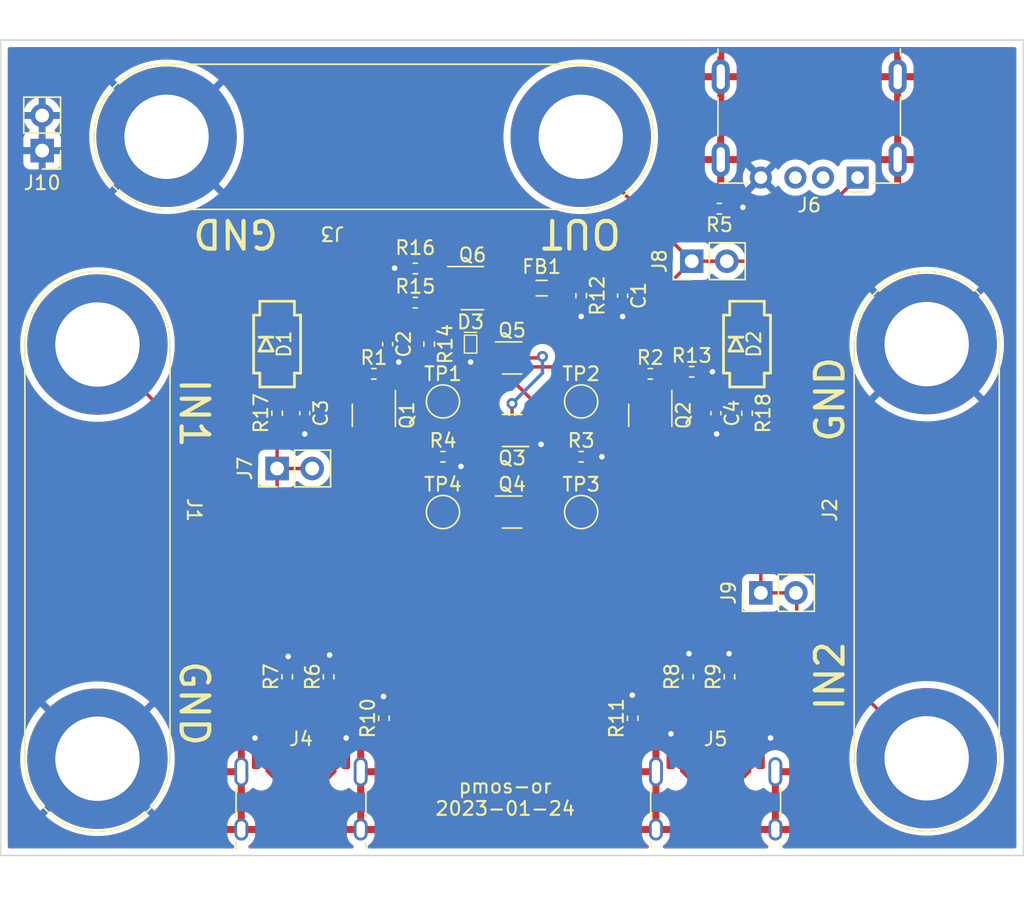
<source format=kicad_pcb>
(kicad_pcb (version 20221018) (generator pcbnew)
  (layers (0 "F.Cu" signal) (31 "B.Cu" signal) (34 "B.Paste" user) (35 "F.Paste" user) (36 "B.SilkS" user "B.Silkscreen") (37 "F.SilkS" user "F.Silkscreen") (38 "B.Mask" user) (39 "F.Mask" user) (44 "Edge.Cuts" user))
  (net 0 "")
  (net 1 "/OUT")
  (net 2 "/IN1")
  (net 3 "/IN2")
  (net 4 "GND")
  (net 6 "Net-(J4-PadA5)")
  (net 11 "Net-(J4-PadB5)")
  (net 13 "Net-(J4-PadS1)")
  (net 15 "Net-(J5-PadA5)")
  (net 20 "Net-(J5-PadB5)")
  (net 22 "Net-(J5-PadS1)")
  (net 23 "Net-(J6-Pad5)")
  (net 26 "/G1")
  (net 27 "/G2")
  (net 28 "/CTRL")
  (net 29 "/BASE")
  (net 30 "/VBUS")
  (net 31 "Net-(D3-Pad1)")
  (net 35 "Net-(FB1-Pad1)")
  (net 36 "Net-(C3-Pad1)")
  (net 37 "Net-(C4-Pad1)")
  (net 38 "Net-(Q5-Pad6)")
  (footprint "Resistor_SMD:R_0402_1005Metric" (layer "F.Cu") (at 136.73 109.07 90)
    (fp_text reference "R6" (at 0 -1.17 90) (layer "F.SilkS"))
    (fp_text value "5.1k")
    (pad "1" smd roundrect (at -0.51 0 90) (size 0.54 0.64) (layers "F.Cu" "F.Paste" "F.Mask") (net 11 "Net-(J4-PadB5)"))
    (pad "2" smd roundrect (at 0.51 0 90) (size 0.54 0.64) (layers "F.Cu" "F.Paste" "F.Mask") (net 4 "GND"))
  )
  (footprint "TestPoint:TestPoint_Pad_D2.0mm" (layer "F.Cu") (at 155 89.15)
    (fp_text reference "TP2" (at 0 -1.998) (layer "F.SilkS"))
    (fp_text value "TestPoint")
    (pad "1" smd circle (at 0 0) (size 2 2) (layers "F.Cu" "F.Mask") (net 27 "/G2"))
  )
  (footprint "Resistor_SMD:R_0402_1005Metric" (layer "F.Cu") (at 143 79.53 180)
    (fp_text reference "R16" (at 0 1.5) (layer "F.SilkS"))
    (fp_text value "10k")
    (pad "1" smd roundrect (at -0.51 0 180) (size 0.54 0.64) (layers "F.Cu" "F.Paste" "F.Mask") (net 38 "Net-(Q5-Pad6)"))
    (pad "2" smd roundrect (at 0.51 0 180) (size 0.54 0.64) (layers "F.Cu" "F.Paste" "F.Mask") (net 4 "GND"))
  )
  (footprint "Connector:Banana_Jack_2Pin" (layer "F.Cu") (at 125 70)
    (fp_text reference "J3" (at 12 7 180 unlocked) (layer "F.SilkS"))
    (fp_text value "OUT")
    (pad "1" thru_hole circle (at 0 0) (size 10.16 10.16) (drill 6.1) (layers "*.Cu" "*.Mask") (net 4 "GND"))
    (pad "2" thru_hole circle (at 29.97 0) (size 10.16 10.16) (drill 6.1) (layers "*.Cu" "*.Mask") (net 1 "/OUT"))
  )
  (footprint "Package_TO_SOT_SMD:SOT-23-3" (layer "F.Cu") (at 147.1375 80.95)
    (fp_text reference "Q6" (at 0 -2.4) (layer "F.SilkS"))
    (fp_text value "PMOS")
    (pad "1" smd roundrect (at -1.1375 -0.95) (size 1.325 0.6) (layers "F.Cu" "F.Paste" "F.Mask") (net 38 "Net-(Q5-Pad6)"))
    (pad "2" smd roundrect (at -1.1375 0.95) (size 1.325 0.6) (layers "F.Cu" "F.Paste" "F.Mask") (net 30 "/VBUS"))
    (pad "3" smd roundrect (at 1.1375 0) (size 1.325 0.6) (layers "F.Cu" "F.Paste" "F.Mask") (net 35 "Net-(FB1-Pad1)"))
  )
  (footprint "Resistor_SMD:R_0402_1005Metric" (layer "F.Cu") (at 167 90 -90)
    (fp_text reference "R18" (at 0 -1.17 90) (layer "F.SilkS"))
    (fp_text value "0")
    (pad "1" smd roundrect (at -0.51 0 270) (size 0.54 0.64) (layers "F.Cu" "F.Paste" "F.Mask") (net 37 "Net-(C4-Pad1)"))
    (pad "2" smd roundrect (at 0.51 0 270) (size 0.54 0.64) (layers "F.Cu" "F.Paste" "F.Mask") (net 3 "/IN2"))
  )
  (footprint "Inductor_SMD:L_0805_2012Metric" (layer "F.Cu") (at 152.1375 80.95)
    (fp_text reference "FB1" (at 0 -1.55) (layer "F.SilkS"))
    (fp_text value "FerriteBead")
    (pad "1" smd roundrect (at -1.0625 0) (size 0.875 1.2) (layers "F.Cu" "F.Paste" "F.Mask") (net 35 "Net-(FB1-Pad1)"))
    (pad "2" smd roundrect (at 1.0625 0) (size 0.875 1.2) (layers "F.Cu" "F.Paste" "F.Mask") (net 1 "/OUT"))
  )
  (footprint "gsg-modules:SOD128" (layer "F.Cu") (at 133 85 -90)
    (fp_text reference "D1" (at 0 -0.5 90) (layer "F.SilkS"))
    (fp_text value "D" hide)
    (pad "1" smd rect (at -2.2 0 90) (size 1.4 2.1) (layers "F.Cu" "F.Paste" "F.Mask") (net 30 "/VBUS"))
    (pad "2" smd rect (at 2.2 0 90) (size 1.4 2.1) (layers "F.Cu" "F.Paste" "F.Mask") (net 36 "Net-(C3-Pad1)"))
  )
  (footprint "Connector_PinHeader_2.54mm:PinHeader_1x02_P2.54mm_Vertical" (layer "F.Cu") (at 168 103 90)
    (fp_text reference "J9" (at 0 -2.33 90) (layer "F.SilkS"))
    (fp_text value "IN2")
    (pad "1" thru_hole rect (at 0 0 90) (size 1.7 1.7) (drill 1) (layers "*.Cu" "*.Mask") (net 3 "/IN2"))
    (pad "2" thru_hole oval (at 0 2.54 90) (size 1.7 1.7) (drill 1) (layers "*.Cu" "*.Mask") (net 3 "/IN2"))
  )
  (footprint "Package_TO_SOT_SMD:SOT-23-3" (layer "F.Cu") (at 160 90.15 -90)
    (fp_text reference "Q2" (at 0 -2.4 90) (layer "F.SilkS"))
    (fp_text value "PMOS")
    (pad "1" smd roundrect (at -1.1375 -0.95 270) (size 1.325 0.6) (layers "F.Cu" "F.Paste" "F.Mask") (net 27 "/G2"))
    (pad "2" smd roundrect (at -1.1375 0.95 270) (size 1.325 0.6) (layers "F.Cu" "F.Paste" "F.Mask") (net 30 "/VBUS"))
    (pad "3" smd roundrect (at 1.1375 0 270) (size 1.325 0.6) (layers "F.Cu" "F.Paste" "F.Mask") (net 37 "Net-(C4-Pad1)"))
  )
  (footprint "Resistor_SMD:R_0402_1005Metric" (layer "F.Cu") (at 165 75.2 180)
    (fp_text reference "R5" (at 0 -1.17) (layer "F.SilkS"))
    (fp_text value "0")
    (pad "1" smd roundrect (at -0.51 0 180) (size 0.54 0.64) (layers "F.Cu" "F.Paste" "F.Mask") (net 4 "GND"))
    (pad "2" smd roundrect (at 0.51 0 180) (size 0.54 0.64) (layers "F.Cu" "F.Paste" "F.Mask") (net 23 "Net-(J6-Pad5)"))
  )
  (footprint "Resistor_SMD:R_0402_1005Metric" (layer "F.Cu") (at 144 85 -90)
    (fp_text reference "R14" (at 0 -1.17 90) (layer "F.SilkS"))
    (fp_text value "1k")
    (pad "1" smd roundrect (at -0.51 0 270) (size 0.54 0.64) (layers "F.Cu" "F.Paste" "F.Mask") (net 30 "/VBUS"))
    (pad "2" smd roundrect (at 0.51 0 270) (size 0.54 0.64) (layers "F.Cu" "F.Paste" "F.Mask") (net 31 "Net-(D3-Pad1)"))
  )
  (footprint "Resistor_SMD:R_0402_1005Metric" (layer "F.Cu") (at 155 81.495 -90)
    (fp_text reference "R12" (at 0 -1.17 90) (layer "F.SilkS"))
    (fp_text value "R")
    (pad "1" smd roundrect (at -0.51 0 270) (size 0.54 0.64) (layers "F.Cu" "F.Paste" "F.Mask") (net 1 "/OUT"))
    (pad "2" smd roundrect (at 0.51 0 270) (size 0.54 0.64) (layers "F.Cu" "F.Paste" "F.Mask") (net 4 "GND"))
  )
  (footprint "Capacitor_SMD:C_0402_1005Metric" (layer "F.Cu") (at 135 90 -90)
    (fp_text reference "C3" (at 0 -1.16 90) (layer "F.SilkS"))
    (fp_text value "100nF")
    (pad "1" smd roundrect (at -0.48 0 270) (size 0.56 0.62) (layers "F.Cu" "F.Paste" "F.Mask") (net 36 "Net-(C3-Pad1)"))
    (pad "2" smd roundrect (at 0.48 0 270) (size 0.56 0.62) (layers "F.Cu" "F.Paste" "F.Mask") (net 4 "GND"))
  )
  (footprint "Resistor_SMD:R_0402_1005Metric" (layer "F.Cu") (at 165.73 109.07 90)
    (fp_text reference "R9" (at 0 -1.17 90) (layer "F.SilkS"))
    (fp_text value "5.1k")
    (pad "1" smd roundrect (at -0.51 0 90) (size 0.54 0.64) (layers "F.Cu" "F.Paste" "F.Mask") (net 20 "Net-(J5-PadB5)"))
    (pad "2" smd roundrect (at 0.51 0 90) (size 0.54 0.64) (layers "F.Cu" "F.Paste" "F.Mask") (net 4 "GND"))
  )
  (footprint "eval:USB_C_Receptacle_HRO_TYPE-C-31-M-12" (layer "F.Cu") (at 164.73 119.07)
    (fp_text reference "J5" (at 0 -5.5 -180) (layer "F.SilkS"))
    (fp_text value "USB_C_Receptacle_USB2.0")
    (pad "" np_thru_hole circle (at -2.89 -2.6) (size 0.65 0.65) (drill 0.65) (layers "*.Cu" "*.Mask"))
    (pad "" np_thru_hole circle (at 2.89 -2.6) (size 0.65 0.65) (drill 0.65) (layers "*.Cu" "*.Mask"))
    (pad "A1" smd roundrect (at -3.25 -4.045) (size 0.6 1.45) (layers "F.Cu" "F.Paste" "F.Mask") (net 4 "GND"))
    (pad "A4" smd roundrect (at -2.45 -4.045) (size 0.6 1.45) (layers "F.Cu" "F.Paste" "F.Mask") (net 3 "/IN2"))
    (pad "A5" smd roundrect (at -1.25 -4.045) (size 0.3 1.45) (layers "F.Cu" "F.Paste" "F.Mask") (net 15 "Net-(J5-PadA5)"))
    (pad "A6" smd roundrect (at -0.25 -4.045) (size 0.3 1.45) (layers "F.Cu" "F.Paste" "F.Mask"))
    (pad "A7" smd roundrect (at 0.25 -4.045) (size 0.3 1.45) (layers "F.Cu" "F.Paste" "F.Mask"))
    (pad "A8" smd roundrect (at 1.25 -4.045) (size 0.3 1.45) (layers "F.Cu" "F.Paste" "F.Mask"))
    (pad "A9" smd roundrect (at 2.45 -4.045) (size 0.6 1.45) (layers "F.Cu" "F.Paste" "F.Mask") (net 3 "/IN2"))
    (pad "A12" smd roundrect (at 3.25 -4.045) (size 0.6 1.45) (layers "F.Cu" "F.Paste" "F.Mask") (net 4 "GND"))
    (pad "B1" smd roundrect (at 3.25 -4.045) (size 0.6 1.45) (layers "F.Cu" "F.Paste" "F.Mask") (net 4 "GND"))
    (pad "B4" smd roundrect (at 2.45 -4.045) (size 0.6 1.45) (layers "F.Cu" "F.Paste" "F.Mask") (net 3 "/IN2"))
    (pad "B5" smd roundrect (at 1.75 -4.045) (size 0.3 1.45) (layers "F.Cu" "F.Paste" "F.Mask") (net 20 "Net-(J5-PadB5)"))
    (pad "B6" smd roundrect (at 0.75 -4.045) (size 0.3 1.45) (layers "F.Cu" "F.Paste" "F.Mask"))
    (pad "B7" smd roundrect (at -0.75 -4.045) (size 0.3 1.45) (layers "F.Cu" "F.Paste" "F.Mask"))
    (pad "B8" smd roundrect (at -1.75 -4.045) (size 0.3 1.45) (layers "F.Cu" "F.Paste" "F.Mask"))
    (pad "B9" smd roundrect (at -2.45 -4.045) (size 0.6 1.45) (layers "F.Cu" "F.Paste" "F.Mask") (net 3 "/IN2"))
    (pad "B12" smd roundrect (at -3.25 -4.045) (size 0.6 1.45) (layers "F.Cu" "F.Paste" "F.Mask") (net 4 "GND"))
    (pad "S1" thru_hole oval (at -4.32 -3.13) (size 1 2.1) (drill oval 0.6 1.7) (layers "*.Cu" "*.Mask" "F.Paste") (net 22 "Net-(J5-PadS1)"))
    (pad "S1" thru_hole oval (at -4.32 1.05) (size 1 1.6) (drill oval 0.6 1.2) (layers "*.Cu" "*.Mask" "F.Paste") (net 22 "Net-(J5-PadS1)"))
    (pad "S1" thru_hole oval (at 4.32 -3.13) (size 1 2.1) (drill oval 0.6 1.7) (layers "*.Cu" "*.Mask" "F.Paste") (net 22 "Net-(J5-PadS1)"))
    (pad "S1" thru_hole oval (at 4.32 1.05) (size 1 1.6) (drill oval 0.6 1.2) (layers "*.Cu" "*.Mask" "F.Paste") (net 22 "Net-(J5-PadS1)"))
  )
  (footprint "Resistor_SMD:R_0402_1005Metric" (layer "F.Cu") (at 163 87)
    (fp_text reference "R13" (at 0 -1.17) (layer "F.SilkS"))
    (fp_text value "10k")
    (pad "1" smd roundrect (at -0.51 0) (size 0.54 0.64) (layers "F.Cu" "F.Paste" "F.Mask") (net 27 "/G2"))
    (pad "2" smd roundrect (at 0.51 0) (size 0.54 0.64) (layers "F.Cu" "F.Paste" "F.Mask") (net 4 "GND"))
  )
  (footprint "Resistor_SMD:R_0402_1005Metric" (layer "F.Cu") (at 145 93.15)
    (fp_text reference "R4" (at 0 -1.17) (layer "F.SilkS"))
    (fp_text value "10k")
    (pad "1" smd roundrect (at -0.51 0) (size 0.54 0.64) (layers "F.Cu" "F.Paste" "F.Mask") (net 29 "/BASE"))
    (pad "2" smd roundrect (at 0.51 0) (size 0.54 0.64) (layers "F.Cu" "F.Paste" "F.Mask") (net 4 "GND"))
  )
  (footprint "Capacitor_SMD:C_0402_1005Metric" (layer "F.Cu") (at 141 85 -90)
    (fp_text reference "C2" (at 0 -1.16 90) (layer "F.SilkS"))
    (fp_text value "100nF")
    (pad "1" smd roundrect (at -0.48 0 270) (size 0.56 0.62) (layers "F.Cu" "F.Paste" "F.Mask") (net 30 "/VBUS"))
    (pad "2" smd roundrect (at 0.48 0 270) (size 0.56 0.62) (layers "F.Cu" "F.Paste" "F.Mask") (net 4 "GND"))
  )
  (footprint "Resistor_SMD:R_0402_1005Metric" (layer "F.Cu") (at 158.73 112.07 90)
    (fp_text reference "R11" (at 0 -1.17 90) (layer "F.SilkS"))
    (fp_text value "0")
    (pad "1" smd roundrect (at -0.51 0 90) (size 0.54 0.64) (layers "F.Cu" "F.Paste" "F.Mask") (net 22 "Net-(J5-PadS1)"))
    (pad "2" smd roundrect (at 0.51 0 90) (size 0.54 0.64) (layers "F.Cu" "F.Paste" "F.Mask") (net 4 "GND"))
  )
  (footprint "Resistor_SMD:R_0402_1005Metric" (layer "F.Cu") (at 160 87.15)
    (fp_text reference "R2" (at 0 -1.17) (layer "F.SilkS"))
    (fp_text value "20k")
    (pad "1" smd roundrect (at -0.51 0) (size 0.54 0.64) (layers "F.Cu" "F.Paste" "F.Mask") (net 30 "/VBUS"))
    (pad "2" smd roundrect (at 0.51 0) (size 0.54 0.64) (layers "F.Cu" "F.Paste" "F.Mask") (net 27 "/G2"))
  )
  (footprint "Resistor_SMD:R_0402_1005Metric" (layer "F.Cu") (at 140.73 112.07 90)
    (fp_text reference "R10" (at 0 -1.17 90) (layer "F.SilkS"))
    (fp_text value "0")
    (pad "1" smd roundrect (at -0.51 0 90) (size 0.54 0.64) (layers "F.Cu" "F.Paste" "F.Mask") (net 13 "Net-(J4-PadS1)"))
    (pad "2" smd roundrect (at 0.51 0 90) (size 0.54 0.64) (layers "F.Cu" "F.Paste" "F.Mask") (net 4 "GND"))
  )
  (footprint "Package_TO_SOT_SMD:SOT-363_SC-70-6" (layer "F.Cu") (at 150 97.15)
    (fp_text reference "Q4" (at 0 -2) (layer "F.SilkS"))
    (fp_text value "2PNP")
    (pad "1" smd rect (at -0.95 -0.65) (size 0.65 0.4) (layers "F.Cu" "F.Paste" "F.Mask") (net 36 "Net-(C3-Pad1)"))
    (pad "2" smd rect (at -0.95 0) (size 0.65 0.4) (layers "F.Cu" "F.Paste" "F.Mask") (net 29 "/BASE"))
    (pad "3" smd rect (at -0.95 0.65) (size 0.65 0.4) (layers "F.Cu" "F.Paste" "F.Mask") (net 29 "/BASE"))
    (pad "4" smd rect (at 0.95 0.65) (size 0.65 0.4) (layers "F.Cu" "F.Paste" "F.Mask") (net 37 "Net-(C4-Pad1)"))
    (pad "5" smd rect (at 0.95 0) (size 0.65 0.4) (layers "F.Cu" "F.Paste" "F.Mask") (net 29 "/BASE"))
    (pad "6" smd rect (at 0.95 -0.65) (size 0.65 0.4) (layers "F.Cu" "F.Paste" "F.Mask") (net 28 "/CTRL"))
  )
  (footprint "gsg-modules:SOD128" (layer "F.Cu") (at 167 85 -90)
    (fp_text reference "D2" (at 0 -0.5 90) (layer "F.SilkS"))
    (fp_text value "D" hide)
    (pad "1" smd rect (at -2.2 0 90) (size 1.4 2.1) (layers "F.Cu" "F.Paste" "F.Mask") (net 30 "/VBUS"))
    (pad "2" smd rect (at 2.2 0 90) (size 1.4 2.1) (layers "F.Cu" "F.Paste" "F.Mask") (net 37 "Net-(C4-Pad1)"))
  )
  (footprint "Resistor_SMD:R_0402_1005Metric" (layer "F.Cu") (at 133.73 109.07 90)
    (fp_text reference "R7" (at 0 -1.17 90) (layer "F.SilkS"))
    (fp_text value "5.1k")
    (pad "1" smd roundrect (at -0.51 0 90) (size 0.54 0.64) (layers "F.Cu" "F.Paste" "F.Mask") (net 6 "Net-(J4-PadA5)"))
    (pad "2" smd roundrect (at 0.51 0 90) (size 0.54 0.64) (layers "F.Cu" "F.Paste" "F.Mask") (net 4 "GND"))
  )
  (footprint "TestPoint:TestPoint_Pad_D2.0mm" (layer "F.Cu") (at 145 89.15)
    (fp_text reference "TP1" (at 0 -1.998) (layer "F.SilkS"))
    (fp_text value "TestPoint")
    (pad "1" smd circle (at 0 0) (size 2 2) (layers "F.Cu" "F.Mask") (net 26 "/G1"))
  )
  (footprint "Package_TO_SOT_SMD:SOT-363_SC-70-6" (layer "F.Cu") (at 150 91.25 180)
    (fp_text reference "Q3" (at 0 -2) (layer "F.SilkS"))
    (fp_text value "2NMOS")
    (pad "1" smd rect (at -0.95 -0.65 180) (size 0.65 0.4) (layers "F.Cu" "F.Paste" "F.Mask") (net 4 "GND"))
    (pad "2" smd rect (at -0.95 0 180) (size 0.65 0.4) (layers "F.Cu" "F.Paste" "F.Mask") (net 28 "/CTRL"))
    (pad "3" smd rect (at -0.95 0.65 180) (size 0.65 0.4) (layers "F.Cu" "F.Paste" "F.Mask"))
    (pad "4" smd rect (at 0.95 0.65 180) (size 0.65 0.4) (layers "F.Cu" "F.Paste" "F.Mask"))
    (pad "5" smd rect (at 0.95 0 180) (size 0.65 0.4) (layers "F.Cu" "F.Paste" "F.Mask"))
    (pad "6" smd rect (at 0.95 -0.65 180) (size 0.65 0.4) (layers "F.Cu" "F.Paste" "F.Mask") (net 26 "/G1"))
  )
  (footprint "Package_TO_SOT_SMD:SOT-363_SC-70-6" (layer "F.Cu") (at 150 86)
    (fp_text reference "Q5" (at 0 -2) (layer "F.SilkS"))
    (fp_text value "2PMOS")
    (pad "1" smd rect (at -0.95 -0.65) (size 0.65 0.4) (layers "F.Cu" "F.Paste" "F.Mask") (net 30 "/VBUS"))
    (pad "2" smd rect (at -0.95 0) (size 0.65 0.4) (layers "F.Cu" "F.Paste" "F.Mask") (net 31 "Net-(D3-Pad1)"))
    (pad "3" smd rect (at -0.95 0.65) (size 0.65 0.4) (layers "F.Cu" "F.Paste" "F.Mask") (net 27 "/G2"))
    (pad "4" smd rect (at 0.95 0.65) (size 0.65 0.4) (layers "F.Cu" "F.Paste" "F.Mask") (net 30 "/VBUS"))
    (pad "5" smd rect (at 0.95 0) (size 0.65 0.4) (layers "F.Cu" "F.Paste" "F.Mask") (net 26 "/G1"))
    (pad "6" smd rect (at 0.95 -0.65) (size 0.65 0.4) (layers "F.Cu" "F.Paste" "F.Mask") (net 38 "Net-(Q5-Pad6)"))
  )
  (footprint "TestPoint:TestPoint_Pad_D2.0mm" (layer "F.Cu") (at 145 97.15)
    (fp_text reference "TP4" (at 0 -1.998) (layer "F.SilkS"))
    (fp_text value "TestPoint")
    (pad "1" smd circle (at 0 0) (size 2 2) (layers "F.Cu" "F.Mask") (net 29 "/BASE"))
  )
  (footprint "Connector:Banana_Jack_2Pin" (layer "F.Cu") (at 120 115 90)
    (fp_text reference "J1" (at 18 7 270 unlocked) (layer "F.SilkS"))
    (fp_text value "IN1")
    (pad "1" thru_hole circle (at 0 0 90) (size 10.16 10.16) (drill 6.1) (layers "*.Cu" "*.Mask") (net 4 "GND"))
    (pad "2" thru_hole circle (at 29.97 0 90) (size 10.16 10.16) (drill 6.1) (layers "*.Cu" "*.Mask") (net 2 "/IN1"))
  )
  (footprint "Resistor_SMD:R_0402_1005Metric" (layer "F.Cu") (at 133 90 90)
    (fp_text reference "R17" (at 0 -1.17 90) (layer "F.SilkS"))
    (fp_text value "0")
    (pad "1" smd roundrect (at -0.51 0 90) (size 0.54 0.64) (layers "F.Cu" "F.Paste" "F.Mask") (net 2 "/IN1"))
    (pad "2" smd roundrect (at 0.51 0 90) (size 0.54 0.64) (layers "F.Cu" "F.Paste" "F.Mask") (net 36 "Net-(C3-Pad1)"))
  )
  (footprint "Package_TO_SOT_SMD:SOT-23-3" (layer "F.Cu") (at 140 90.15 -90)
    (fp_text reference "Q1" (at 0 -2.4 90) (layer "F.SilkS"))
    (fp_text value "PMOS")
    (pad "1" smd roundrect (at -1.1375 -0.95 270) (size 1.325 0.6) (layers "F.Cu" "F.Paste" "F.Mask") (net 26 "/G1"))
    (pad "2" smd roundrect (at -1.1375 0.95 270) (size 1.325 0.6) (layers "F.Cu" "F.Paste" "F.Mask") (net 30 "/VBUS"))
    (pad "3" smd roundrect (at 1.1375 0 270) (size 1.325 0.6) (layers "F.Cu" "F.Paste" "F.Mask") (net 36 "Net-(C3-Pad1)"))
  )
  (footprint "Connector_PinHeader_2.54mm:PinHeader_1x02_P2.54mm_Vertical" (layer "F.Cu") (at 163 79 90)
    (fp_text reference "J8" (at 0 -2.33 90) (layer "F.SilkS"))
    (fp_text value "OUT")
    (pad "1" thru_hole rect (at 0 0 90) (size 1.7 1.7) (drill 1) (layers "*.Cu" "*.Mask") (net 1 "/OUT"))
    (pad "2" thru_hole oval (at 0 2.54 90) (size 1.7 1.7) (drill 1) (layers "*.Cu" "*.Mask") (net 1 "/OUT"))
  )
  (footprint "Resistor_SMD:R_0402_1005Metric" (layer "F.Cu") (at 143 82)
    (fp_text reference "R15" (at 0 -1.17) (layer "F.SilkS"))
    (fp_text value "20k")
    (pad "1" smd roundrect (at -0.51 0) (size 0.54 0.64) (layers "F.Cu" "F.Paste" "F.Mask") (net 30 "/VBUS"))
    (pad "2" smd roundrect (at 0.51 0) (size 0.54 0.64) (layers "F.Cu" "F.Paste" "F.Mask") (net 38 "Net-(Q5-Pad6)"))
  )
  (footprint "TestPoint:TestPoint_Pad_D2.0mm" (layer "F.Cu") (at 155 97.15)
    (fp_text reference "TP3" (at 0 -1.998) (layer "F.SilkS"))
    (fp_text value "TestPoint")
    (pad "1" smd circle (at 0 0) (size 2 2) (layers "F.Cu" "F.Mask") (net 28 "/CTRL"))
  )
  (footprint "eval:DFN1006-2" (layer "F.Cu") (at 147 85 -90)
    (fp_text reference "D3" (at -1.6 0) (layer "F.SilkS"))
    (fp_text value "4.7±2%")
    (pad "1" smd roundrect (at -0.35 0 270) (size 0.4 0.7) (layers "F.Cu" "F.Paste" "F.Mask") (roundrect_rratio 0.125) (net 31 "Net-(D3-Pad1)"))
    (pad "2" smd roundrect (at 0.35 0 270) (size 0.4 0.7) (layers "F.Cu" "F.Paste" "F.Mask") (roundrect_rratio 0.125) (net 4 "GND"))
  )
  (footprint "eval:USB_C_Receptacle_HRO_TYPE-C-31-M-12" (layer "F.Cu") (at 134.73 119.07)
    (fp_text reference "J4" (at 0 -5.5 -180) (layer "F.SilkS"))
    (fp_text value "USB_C_Receptacle_USB2.0")
    (pad "" np_thru_hole circle (at -2.89 -2.6) (size 0.65 0.65) (drill 0.65) (layers "*.Cu" "*.Mask"))
    (pad "" np_thru_hole circle (at 2.89 -2.6) (size 0.65 0.65) (drill 0.65) (layers "*.Cu" "*.Mask"))
    (pad "A1" smd roundrect (at -3.25 -4.045) (size 0.6 1.45) (layers "F.Cu" "F.Paste" "F.Mask") (net 4 "GND"))
    (pad "A4" smd roundrect (at -2.45 -4.045) (size 0.6 1.45) (layers "F.Cu" "F.Paste" "F.Mask") (net 2 "/IN1"))
    (pad "A5" smd roundrect (at -1.25 -4.045) (size 0.3 1.45) (layers "F.Cu" "F.Paste" "F.Mask") (net 6 "Net-(J4-PadA5)"))
    (pad "A6" smd roundrect (at -0.25 -4.045) (size 0.3 1.45) (layers "F.Cu" "F.Paste" "F.Mask"))
    (pad "A7" smd roundrect (at 0.25 -4.045) (size 0.3 1.45) (layers "F.Cu" "F.Paste" "F.Mask"))
    (pad "A8" smd roundrect (at 1.25 -4.045) (size 0.3 1.45) (layers "F.Cu" "F.Paste" "F.Mask"))
    (pad "A9" smd roundrect (at 2.45 -4.045) (size 0.6 1.45) (layers "F.Cu" "F.Paste" "F.Mask") (net 2 "/IN1"))
    (pad "A12" smd roundrect (at 3.25 -4.045) (size 0.6 1.45) (layers "F.Cu" "F.Paste" "F.Mask") (net 4 "GND"))
    (pad "B1" smd roundrect (at 3.25 -4.045) (size 0.6 1.45) (layers "F.Cu" "F.Paste" "F.Mask") (net 4 "GND"))
    (pad "B4" smd roundrect (at 2.45 -4.045) (size 0.6 1.45) (layers "F.Cu" "F.Paste" "F.Mask") (net 2 "/IN1"))
    (pad "B5" smd roundrect (at 1.75 -4.045) (size 0.3 1.45) (layers "F.Cu" "F.Paste" "F.Mask") (net 11 "Net-(J4-PadB5)"))
    (pad "B6" smd roundrect (at 0.75 -4.045) (size 0.3 1.45) (layers "F.Cu" "F.Paste" "F.Mask"))
    (pad "B7" smd roundrect (at -0.75 -4.045) (size 0.3 1.45) (layers "F.Cu" "F.Paste" "F.Mask"))
    (pad "B8" smd roundrect (at -1.75 -4.045) (size 0.3 1.45) (layers "F.Cu" "F.Paste" "F.Mask"))
    (pad "B9" smd roundrect (at -2.45 -4.045) (size 0.6 1.45) (layers "F.Cu" "F.Paste" "F.Mask") (net 2 "/IN1"))
    (pad "B12" smd roundrect (at -3.25 -4.045) (size 0.6 1.45) (layers "F.Cu" "F.Paste" "F.Mask") (net 4 "GND"))
    (pad "S1" thru_hole oval (at -4.32 -3.13) (size 1 2.1) (drill oval 0.6 1.7) (layers "*.Cu" "*.Mask" "F.Paste") (net 13 "Net-(J4-PadS1)"))
    (pad "S1" thru_hole oval (at -4.32 1.05) (size 1 1.6) (drill oval 0.6 1.2) (layers "*.Cu" "*.Mask" "F.Paste") (net 13 "Net-(J4-PadS1)"))
    (pad "S1" thru_hole oval (at 4.32 -3.13) (size 1 2.1) (drill oval 0.6 1.7) (layers "*.Cu" "*.Mask" "F.Paste") (net 13 "Net-(J4-PadS1)"))
    (pad "S1" thru_hole oval (at 4.32 1.05) (size 1 1.6) (drill oval 0.6 1.2) (layers "*.Cu" "*.Mask" "F.Paste") (net 13 "Net-(J4-PadS1)"))
  )
  (footprint "Connector_PinHeader_2.54mm:PinHeader_1x02_P2.54mm_Vertical" (layer "F.Cu") (at 116 71 180)
    (fp_text reference "J10" (at 0 -2.33) (layer "F.SilkS"))
    (fp_text value "GND")
    (pad "1" thru_hole rect (at 0 0 180) (size 1.7 1.7) (drill 1) (layers "*.Cu" "*.Mask") (net 4 "GND"))
    (pad "2" thru_hole oval (at 0 2.54 180) (size 1.7 1.7) (drill 1) (layers "*.Cu" "*.Mask") (net 4 "GND"))
  )
  (footprint "Resistor_SMD:R_0402_1005Metric" (layer "F.Cu") (at 162.73 109.07 90)
    (fp_text reference "R8" (at 0 -1.17 90) (layer "F.SilkS"))
    (fp_text value "5.1k")
    (pad "1" smd roundrect (at -0.51 0 90) (size 0.54 0.64) (layers "F.Cu" "F.Paste" "F.Mask") (net 15 "Net-(J5-PadA5)"))
    (pad "2" smd roundrect (at 0.51 0 90) (size 0.54 0.64) (layers "F.Cu" "F.Paste" "F.Mask") (net 4 "GND"))
  )
  (footprint "Capacitor_SMD:C_0402_1005Metric" (layer "F.Cu") (at 158 81.495 -90)
    (fp_text reference "C1" (at 0 -1.16 -90) (layer "F.SilkS"))
    (fp_text value "100nF")
    (pad "1" smd roundrect (at -0.48 0 270) (size 0.56 0.62) (layers "F.Cu" "F.Paste" "F.Mask") (net 1 "/OUT"))
    (pad "2" smd roundrect (at 0.48 0 270) (size 0.56 0.62) (layers "F.Cu" "F.Paste" "F.Mask") (net 4 "GND"))
  )
  (footprint "Connector_PinHeader_2.54mm:PinHeader_1x02_P2.54mm_Vertical" (layer "F.Cu") (at 133 94 90)
    (fp_text reference "J7" (at 0 -2.33 90) (layer "F.SilkS"))
    (fp_text value "IN1")
    (pad "1" thru_hole rect (at 0 0 90) (size 1.7 1.7) (drill 1) (layers "*.Cu" "*.Mask") (net 2 "/IN1"))
    (pad "2" thru_hole oval (at 0 2.54 90) (size 1.7 1.7) (drill 1) (layers "*.Cu" "*.Mask") (net 2 "/IN1"))
  )
  (footprint "Resistor_SMD:R_0402_1005Metric" (layer "F.Cu") (at 155 93.15)
    (fp_text reference "R3" (at 0 -1.17) (layer "F.SilkS"))
    (fp_text value "10k")
    (pad "1" smd roundrect (at -0.51 0) (size 0.54 0.64) (layers "F.Cu" "F.Paste" "F.Mask") (net 28 "/CTRL"))
    (pad "2" smd roundrect (at 0.51 0) (size 0.54 0.64) (layers "F.Cu" "F.Paste" "F.Mask") (net 4 "GND"))
  )
  (footprint "Connector:Banana_Jack_2Pin" (layer "F.Cu") (at 180 85 -90)
    (fp_text reference "J2" (at 12 7 90) (layer "F.SilkS"))
    (fp_text value "IN2")
    (pad "1" thru_hole circle (at 0 0 270) (size 10.16 10.16) (drill 6.1) (layers "*.Cu" "*.Mask") (net 4 "GND"))
    (pad "2" thru_hole circle (at 29.97 0 270) (size 10.16 10.16) (drill 6.1) (layers "*.Cu" "*.Mask") (net 3 "/IN2"))
  )
  (footprint "Resistor_SMD:R_0402_1005Metric" (layer "F.Cu") (at 140 87.15)
    (fp_text reference "R1" (at 0 -1.17) (layer "F.SilkS"))
    (fp_text value "10k")
    (pad "1" smd roundrect (at -0.51 0) (size 0.54 0.64) (layers "F.Cu" "F.Paste" "F.Mask") (net 30 "/VBUS"))
    (pad "2" smd roundrect (at 0.51 0) (size 0.54 0.64) (layers "F.Cu" "F.Paste" "F.Mask") (net 26 "/G1"))
  )
  (footprint "eval:USB_A_Kycon_KUSBXHT-SB-AS1N-B30-NF_Horizontal" (layer "F.Cu") (at 175 72.95 180)
    (fp_text reference "J6" (at 3.5 -2) (layer "F.SilkS"))
    (fp_text value "USB_A")
    (pad "1" thru_hole rect (at 0 0 180) (size 1.6 1.6) (drill 0.92) (layers "*.Cu" "*.Mask") (net 1 "/OUT"))
    (pad "2" thru_hole circle (at 2.5 0 180) (size 1.6 1.6) (drill 0.92) (layers "*.Cu" "*.Mask"))
    (pad "3" thru_hole circle (at 4.5 0 180) (size 1.6 1.6) (drill 0.92) (layers "*.Cu" "*.Mask"))
    (pad "4" thru_hole circle (at 7 0 180) (size 1.6 1.6) (drill 0.92) (layers "*.Cu" "*.Mask") (net 4 "GND"))
    (pad "5" thru_hole oval (at -2.9 1.3 180) (size 1.3 2.5) (drill oval 0.6 1.8) (layers "*.Cu" "*.Mask") (net 23 "Net-(J6-Pad5)"))
    (pad "5" thru_hole oval (at -2.9 7.3 180) (size 1.3 2.5) (drill oval 0.6 1.8) (layers "*.Cu" "*.Mask") (net 23 "Net-(J6-Pad5)"))
    (pad "5" thru_hole oval (at 9.9 1.3 180) (size 1.3 2.5) (drill oval 0.6 1.8) (layers "*.Cu" "*.Mask") (net 23 "Net-(J6-Pad5)"))
    (pad "5" thru_hole oval (at 9.9 7.3 180) (size 1.3 2.5) (drill oval 0.6 1.8) (layers "*.Cu" "*.Mask") (net 23 "Net-(J6-Pad5)"))
  )
  (footprint "Capacitor_SMD:C_0402_1005Metric" (layer "F.Cu") (at 164.75 90 -90)
    (fp_text reference "C4" (at 0 -1.16 90) (layer "F.SilkS"))
    (fp_text value "100nF")
    (pad "1" smd roundrect (at -0.48 0 270) (size 0.56 0.62) (layers "F.Cu" "F.Paste" "F.Mask") (net 37 "Net-(C4-Pad1)"))
    (pad "2" smd roundrect (at 0.48 0 270) (size 0.56 0.62) (layers "F.Cu" "F.Paste" "F.Mask") (net 4 "GND"))
  )
  (gr_rect (start 113 63) (end 187 122) (stroke (width 0.1)) (fill none) (layer "Edge.Cuts"))
  (gr_text "OUT" (at 155 77 180) (layer "F.SilkS") (effects (font (size 2 2) (thickness 0.3))))
  (gr_text "GND" (at 130 77 180) (layer "F.SilkS") (effects (font (size 2 2) (thickness 0.3))))
  (gr_text "pmos-or\n2023-01-24" (at 149.5 117.8) (layer "F.SilkS") (effects (font (size 1 1))))
  (gr_text "IN2" (at 173 109 90) (layer "F.SilkS") (effects (font (size 2 2) (thickness 0.3))))
  (gr_text "GND" (at 127 111 270) (layer "F.SilkS") (effects (font (size 2 2) (thickness 0.3))))
  (gr_text "GND" (at 173 89 90) (layer "F.SilkS") (effects (font (size 2 2) (thickness 0.3))))
  (gr_text "IN1" (at 127 90 270) (layer "F.SilkS") (effects (font (size 2 2) (thickness 0.3))))
  (segment (start 154.97 70.97) (end 154.97 70) (width 0.25) (layer "F.Cu") (net 1))
  (segment (start 163 79) (end 154.97 70.97) (width 0.25) (layer "F.Cu") (net 1))
  (segment (start 163 79) (end 165.54 79) (width 0.25) (layer "F.Cu") (net 1))
  (segment (start 158 81.015) (end 155.03 81.015) (width 0.25) (layer "F.Cu") (net 1))
  (segment (start 158 81.015) (end 160.985 81.015) (width 0.25) (layer "F.Cu") (net 1))
  (segment (start 155.03 81.015) (end 155 80.985) (width 0.25) (layer "F.Cu") (net 1))
  (segment (start 160.985 81.015) (end 163 79) (width 0.25) (layer "F.Cu") (net 1))
  (segment (start 175 72.95) (end 168.95 79) (width 0.25) (layer "F.Cu") (net 1))
  (segment (start 155 80.985) (end 153.235 80.985) (width 0.25) (layer "F.Cu") (net 1))
  (segment (start 153.235 80.985) (end 153.2 80.95) (width 0.25) (layer "F.Cu") (net 1))
  (segment (start 168.95 79) (end 165.54 79) (width 0.25) (layer "F.Cu") (net 1))
  (segment (start 132.28 115.025) (end 132.28 98.12) (width 0.25) (layer "F.Cu") (net 2))
  (segment (start 137.18 115.92) (end 137.18 115.025) (width 0.25) (layer "F.Cu") (net 2))
  (segment (start 136.7 116.4) (end 137.18 115.92) (width 0.25) (layer "F.Cu") (net 2))
  (segment (start 132.28 115.88) (end 132.8 116.4) (width 0.25) (layer "F.Cu") (net 2))
  (segment (start 132.28 115.025) (end 132.28 115.88) (width 0.25) (layer "F.Cu") (net 2))
  (segment (start 133 94) (end 135.54 94) (width 0.25) (layer "F.Cu") (net 2))
  (segment (start 133 97.4) (end 132.28 98.12) (width 0.25) (layer "F.Cu") (net 2))
  (segment (start 133 90.51) (end 125.48 90.51) (width 0.25) (layer "F.Cu") (net 2))
  (segment (start 133 94) (end 133 97.4) (width 0.25) (layer "F.Cu") (net 2))
  (segment (start 125.48 90.51) (end 120 85.03) (width 0.25) (layer "F.Cu") (net 2))
  (segment (start 133 90.51) (end 133 94) (width 0.25) (layer "F.Cu") (net 2))
  (segment (start 132.8 116.4) (end 136.7 116.4) (width 0.25) (layer "F.Cu") (net 2))
  (segment (start 170.6 110.3) (end 170.6 103.06) (width 0.25) (layer "F.Cu") (net 3))
  (segment (start 168 91.51) (end 167 90.51) (width 0.25) (layer "F.Cu") (net 3))
  (segment (start 168 103) (end 170.54 103) (width 0.25) (layer "F.Cu") (net 3))
  (segment (start 162.7 116.3) (end 166.8 116.3) (width 0.25) (layer "F.Cu") (net 3))
  (segment (start 162.28 115.025) (end 162.28 115.88) (width 0.25) (layer "F.Cu") (net 3))
  (segment (start 167.18 113.72) (end 170.6 110.3) (width 0.25) (layer "F.Cu") (net 3))
  (segment (start 175.33 110.3) (end 180 114.97) (width 0.25) (layer "F.Cu") (net 3))
  (segment (start 166.8 116.3) (end 167.18 115.92) (width 0.25) (layer "F.Cu") (net 3))
  (segment (start 170.6 110.3) (end 175.33 110.3) (width 0.25) (layer "F.Cu") (net 3))
  (segment (start 167.18 115.025) (end 167.18 113.72) (width 0.25) (layer "F.Cu") (net 3))
  (segment (start 170.6 103.06) (end 170.54 103) (width 0.25) (layer "F.Cu") (net 3))
  (segment (start 167.18 115.92) (end 167.18 115.025) (width 0.25) (layer "F.Cu") (net 3))
  (segment (start 168 103) (end 168 91.51) (width 0.25) (layer "F.Cu") (net 3))
  (segment (start 162.28 115.88) (end 162.7 116.3) (width 0.25) (layer "F.Cu") (net 3))
  (segment (start 162.73 108.56) (end 162.73 107.47) (width 0.25) (layer "F.Cu") (net 4))
  (segment (start 167.98 114.22) (end 168.7 113.5) (width 0.25) (layer "F.Cu") (net 4))
  (segment (start 140.73 111.56) (end 140.73 110.53) (width 0.25) (layer "F.Cu") (net 4))
  (segment (start 145.51 93.15) (end 145.6 93.15) (width 0.25) (layer "F.Cu") (net 4))
  (segment (start 164.75 91.45) (end 164.8 91.5) (width 0.25) (layer "F.Cu") (net 4))
  (segment (start 158.73 111.56) (end 158.73 110.43) (width 0.25) (layer "F.Cu") (net 4))
  (segment (start 158 81.975) (end 158 83) (width 0.25) (layer "F.Cu") (net 4))
  (segment (start 137.98 113.52) (end 138 113.5) (width 0.25) (layer "F.Cu") (net 4))
  (segment (start 165.51 75.2) (end 166.6 75.2) (width 0.25) (layer "F.Cu") (net 4))
  (segment (start 131.48 113.58) (end 131.4 113.5) (width 0.25) (layer "F.Cu") (net 4))
  (segment (start 164.75 90.48) (end 164.75 91.45) (width 0.25) (layer "F.Cu") (net 4))
  (segment (start 165.73 108.56) (end 165.73 107.43) (width 0.25) (layer "F.Cu") (net 4))
  (segment (start 161.48 115.025) (end 161.48 113.22) (width 0.25) (layer "F.Cu") (net 4))
  (segment (start 136.73 107.57) (end 136.8 107.5) (width 0.25) (layer "F.Cu") (net 4))
  (segment (start 140.73 110.53) (end 140.7 110.5) (width 0.25) (layer "F.Cu") (net 4))
  (segment (start 141 85.48) (end 141 85.5) (width 0.25) (layer "F.Cu") (net 4))
  (segment (start 135 90.48) (end 135 91.5) (width 0.25) (layer "F.Cu") (net 4))
  (segment (start 142.49 79.53) (end 141.53 79.53) (width 0.25) (layer "F.Cu") (net 4))
  (segment (start 141.53 79.53) (end 141.5 79.5) (width 0.25) (layer "F.Cu") (net 4))
  (segment (start 137.98 115.025) (end 137.98 113.52) (width 0.25) (layer "F.Cu") (net 4))
  (segment (start 163.51 87) (end 164.5 87) (width 0.25) (layer "F.Cu") (net 4))
  (segment (start 133.73 108.56) (end 133.73 107.67) (width 0.25) (layer "F.Cu") (net 4))
  (segment (start 162.73 107.47) (end 162.8 107.4) (width 0.25) (layer "F.Cu") (net 4))
  (segment (start 161.48 113.22) (end 161.5 113.2) (width 0.25) (layer "F.Cu") (net 4))
  (segment (start 147 85.35) (end 147 86.3) (width 0.25) (layer "F.Cu") (net 4))
  (segment (start 136.73 108.56) (end 136.73 107.57) (width 0.25) (layer "F.Cu") (net 4))
  (segment (start 141 85.5) (end 141.8 86.3) (width 0.25) (layer "F.Cu") (net 4))
  (segment (start 150.95 91.9) (end 151.75 91.9) (width 0.25) (layer "F.Cu") (net 4))
  (segment (start 131.48 115.025) (end 131.48 113.58) (width 0.25) (layer "F.Cu") (net 4))
  (segment (start 145.6 93.15) (end 146.3 93.85) (width 0.25) (layer "F.Cu") (net 4))
  (segment (start 151.75 91.9) (end 152.1 92.25) (width 0.25) (layer "F.Cu") (net 4))
  (segment (start 165.73 107.43) (end 165.7 107.4) (width 0.25) (layer "F.Cu") (net 4))
  (segment (start 167.98 115.025) (end 167.98 114.22) (width 0.25) (layer "F.Cu") (net 4))
  (segment (start 155.51 93.15) (end 156.5 93.15) (width 0.25) (layer "F.Cu") (net 4))
  (segment (start 166.6 75.2) (end 166.7 75.1) (width 0.25) (layer "F.Cu") (net 4))
  (segment (start 133.73 107.67) (end 133.8 107.6) (width 0.25) (layer "F.Cu") (net 4))
  (segment (start 155 82.005) (end 155 83) (width 0.25) (layer "F.Cu") (net 4))
  (segment (start 158.73 110.43) (end 158.7 110.4) (width 0.25) (layer "F.Cu") (net 4))
  (via (at 155 83) (size 0.8) (drill 0.4) (layers "F.Cu" "B.Cu") (net 4))
  (via (at 165.7 107.4) (size 0.8) (drill 0.4) (layers "F.Cu" "B.Cu") (net 4))
  (via (at 131.4 113.5) (size 0.8) (drill 0.4) (layers "F.Cu" "B.Cu") (net 4))
  (via (at 158.7 110.4) (size 0.8) (drill 0.4) (layers "F.Cu" "B.Cu") (net 4))
  (via (at 164.5 87) (size 0.8) (drill 0.4) (layers "F.Cu" "B.Cu") (net 4))
  (via (at 136.8 107.5) (size 0.8) (drill 0.4) (layers "F.Cu" "B.Cu") (net 4))
  (via (at 140.7 110.5) (size 0.8) (drill 0.4) (layers "F.Cu" "B.Cu") (net 4))
  (via (at 164.8 91.5) (size 0.8) (drill 0.4) (layers "F.Cu" "B.Cu") (net 4))
  (via (at 152.1 92.25) (size 0.8) (drill 0.4) (layers "F.Cu" "B.Cu") (net 4))
  (via (at 138 113.5) (size 0.8) (drill 0.4) (layers "F.Cu" "B.Cu") (net 4))
  (via (at 141.8 86.3) (size 0.8) (drill 0.4) (layers "F.Cu" "B.Cu") (net 4))
  (via (at 158 83) (size 0.8) (drill 0.4) (layers "F.Cu" "B.Cu") (net 4))
  (via (at 161.5 113.2) (size 0.8) (drill 0.4) (layers "F.Cu" "B.Cu") (net 4))
  (via (at 141.5 79.5) (size 0.8) (drill 0.4) (layers "F.Cu" "B.Cu") (net 4))
  (via (at 156.5 93.15) (size 0.8) (drill 0.4) (layers "F.Cu" "B.Cu") (net 4))
  (via (at 147 86.3) (size 0.8) (drill 0.4) (layers "F.Cu" "B.Cu") (net 4))
  (via (at 162.8 107.4) (size 0.8) (drill 0.4) (layers "F.Cu" "B.Cu") (net 4))
  (via (at 146.3 93.85) (size 0.8) (drill 0.4) (layers "F.Cu" "B.Cu") (net 4))
  (via (at 166.7 75.1) (size 0.8) (drill 0.4) (layers "F.Cu" "B.Cu") (net 4))
  (via (at 168.7 113.5) (size 0.8) (drill 0.4) (layers "F.Cu" "B.Cu") (net 4))
  (via (at 133.8 107.6) (size 0.8) (drill 0.4) (layers "F.Cu" "B.Cu") (net 4))
  (via (at 135 91.5) (size 0.8) (drill 0.4) (layers "F.Cu" "B.Cu") (net 4))
  (segment (start 133.48 109.83) (end 133.73 109.58) (width 0.25) (layer "F.Cu") (net 6))
  (segment (start 133.48 115.025) (end 133.48 109.83) (width 0.25) (layer "F.Cu") (net 6))
  (segment (start 136.48 115.025) (end 136.48 109.83) (width 0.25) (layer "F.Cu") (net 11))
  (segment (start 136.48 109.83) (end 136.73 109.58) (width 0.25) (layer "F.Cu") (net 11))
  (segment (start 139.05 114.26) (end 140.73 112.58) (width 0.25) (layer "F.Cu") (net 13))
  (segment (start 139.05 115.94) (end 139.05 114.26) (width 0.25) (layer "F.Cu") (net 13))
  (segment (start 163.48 110.33) (end 162.73 109.58) (width 0.25) (layer "F.Cu") (net 15))
  (segment (start 163.48 115.025) (end 163.48 110.33) (width 0.25) (layer "F.Cu") (net 15))
  (segment (start 166.48 110.33) (end 165.73 109.58) (width 0.25) (layer "F.Cu") (net 20))
  (segment (start 166.48 115.025) (end 166.48 110.33) (width 0.25) (layer "F.Cu") (net 20))
  (segment (start 160.41 114.26) (end 158.73 112.58) (width 0.25) (layer "F.Cu") (net 22))
  (segment (start 160.41 115.94) (end 160.41 114.26) (width 0.25) (layer "F.Cu") (net 22))
  (segment (start 165.1 74.59) (end 164.49 75.2) (width 0.25) (layer "F.Cu") (net 23))
  (segment (start 165.1 71.65) (end 165.1 74.59) (width 0.25) (layer "F.Cu") (net 23))
  (segment (start 144.8625 89.0125) (end 145 89.15) (width 0.25) (layer "F.Cu") (net 26))
  (segment (start 150.95 86) (end 152.1 86) (width 0.25) (layer "F.Cu") (net 26))
  (segment (start 145 89.15) (end 147.75 91.9) (width 0.25) (layer "F.Cu") (net 26))
  (segment (start 149.05 91.9) (end 149.7 91.9) (width 0.25) (layer "F.Cu") (net 26))
  (segment (start 152.1 86) (end 152.2 85.9) (width 0.25) (layer "F.Cu") (net 26))
  (segment (start 140.95 89.0125) (end 144.8625 89.0125) (width 0.25) (layer "F.Cu") (net 26))
  (segment (start 147.75 91.9) (end 149.05 91.9) (width 0.25) (layer "F.Cu") (net 26))
  (segment (start 140.95 89.0125) (end 140.95 87.59) (width 0.25) (layer "F.Cu") (net 26))
  (segment (start 149.7 91.9) (end 150 91.6) (width 0.25) (layer "F.Cu") (net 26))
  (segment (start 150 91.6) (end 150 89.3) (width 0.25) (layer "F.Cu") (net 26))
  (segment (start 140.95 87.59) (end 140.51 87.15) (width 0.25) (layer "F.Cu") (net 26))
  (via (at 152.2 85.9) (size 0.8) (drill 0.4) (layers "F.Cu" "B.Cu") (net 26))
  (via (at 150 89.3) (size 0.8) (drill 0.4) (layers "F.Cu" "B.Cu") (net 26))
  (segment (start 152.2 87.1) (end 152.2 85.9) (width 0.25) (layer "B.Cu") (net 26))
  (segment (start 150 89.3) (end 152.2 87.1) (width 0.25) (layer "B.Cu") (net 26))
  (segment (start 160.95 87.59) (end 161.9 87.59) (width 0.25) (layer "F.Cu") (net 27))
  (segment (start 160.2 90.15) (end 156 90.15) (width 0.25) (layer "F.Cu") (net 27))
  (segment (start 160.95 87.59) (end 160.51 87.15) (width 0.25) (layer "F.Cu") (net 27))
  (segment (start 160.95 89.4) (end 160.2 90.15) (width 0.25) (layer "F.Cu") (net 27))
  (segment (start 161.9 87.59) (end 162.49 87) (width 0.25) (layer "F.Cu") (net 27))
  (segment (start 156 90.15) (end 155 89.15) (width 0.25) (layer "F.Cu") (net 27))
  (segment (start 160.95 89.0125) (end 160.95 89.4) (width 0.25) (layer "F.Cu") (net 27))
  (segment (start 151.55 89.15) (end 155 89.15) (width 0.25) (layer "F.Cu") (net 27))
  (segment (start 160.95 89.0125) (end 160.95 87.59) (width 0.25) (layer "F.Cu") (net 27))
  (segment (start 149.05 86.65) (end 151.55 89.15) (width 0.25) (layer "F.Cu") (net 27))
  (segment (start 152.25 96.5) (end 152.9 97.15) (width 0.25) (layer "F.Cu") (net 28))
  (segment (start 152.9 97.15) (end 155 97.15) (width 0.25) (layer "F.Cu") (net 28))
  (segment (start 155 93.66) (end 154.49 93.15) (width 0.25) (layer "F.Cu") (net 28))
  (segment (start 155 97.15) (end 155 93.66) (width 0.25) (layer "F.Cu") (net 28))
  (segment (start 150.95 96.5) (end 152.25 96.5) (width 0.25) (layer "F.Cu") (net 28))
  (segment (start 152.59 91.25) (end 154.49 93.15) (width 0.25) (layer "F.Cu") (net 28))
  (segment (start 150.95 91.25) (end 152.59 91.25) (width 0.25) (layer "F.Cu") (net 28))
  (segment (start 150.95 97.15) (end 149.05 97.15) (width 0.25) (layer "F.Cu") (net 29))
  (segment (start 145 93.66) (end 144.49 93.15) (width 0.25) (layer "F.Cu") (net 29))
  (segment (start 149.05 97.8) (end 149.05 97.15) (width 0.25) (layer "F.Cu") (net 29))
  (segment (start 149.05 97.15) (end 145 97.15) (width 0.25) (layer "F.Cu") (net 29))
  (segment (start 145 97.15) (end 145 93.66) (width 0.25) (layer "F.Cu") (net 29))
  (segment (start 146 81.9) (end 146.4 81.9) (width 0.25) (layer "F.Cu") (net 30))
  (segment (start 139.05 87.59) (end 139.49 87.15) (width 0.25) (layer "F.Cu") (net 30))
  (segment (start 153.05 86.65) (end 150.95 86.65) (width 0.25) (layer "F.Cu") (net 30))
  (segment (start 143.97 84.52) (end 144 84.49) (width 0.25) (layer "F.Cu") (net 30))
  (segment (start 135.71 85.11) (end 139.49 85.11) (width 0.25) (layer "F.Cu") (net 30))
  (segment (start 139.49 85.11) (end 140.08 84.52) (width 0.25) (layer "F.Cu") (net 30))
  (segment (start 159.05 87.59) (end 159.49 87.15) (width 0.25) (layer "F.Cu") (net 30))
  (segment (start 140.08 84.52) (end 141 84.52) (width 0.25) (layer "F.Cu") (net 30))
  (segment (start 159.49 86.46) (end 153.24 86.46) (width 0.25) (layer "F.Cu") (net 30))
  (segment (start 163.15 82.8) (end 159.49 86.46) (width 0.25) (layer "F.Cu") (net 30))
  (segment (start 167 82.8) (end 163.15 82.8) (width 0.25) (layer "F.Cu") (net 30))
  (segment (start 141 84.52) (end 143.97 84.52) (width 0.25) (layer "F.Cu") (net 30))
  (segment (start 149.65 85.35) (end 150 85.7) (width 0.25) (layer "F.Cu") (net 30))
  (segment (start 144.8 82.7) (end 145.6 81.9) (width 0.25) (layer "F.Cu") (net 30))
  (segment (start 144.8 83.69) (end 144.8 82.7) (width 0.25) (layer "F.Cu") (net 30))
  (segment (start 150 85.7) (end 150 86.3) (width 0.25) (layer "F.Cu") (net 30))
  (segment (start 141 84.52) (end 141 83.49) (width 0.25) (layer "F.Cu") (net 30))
  (segment (start 139.05 89.0125) (end 139.05 87.59) (width 0.25) (layer "F.Cu") (net 30))
  (segment (start 141 83.49) (end 142.49 82) (width 0.25) (layer "F.Cu") (net 30))
  (segment (start 146.4 81.9) (end 149.05 84.55) (width 0.25) (layer "F.Cu") (net 30))
  (segment (start 133.4 82.8) (end 135.71 85.11) (width 0.25) (layer "F.Cu") (net 30))
  (segment (start 149.05 85.35) (end 149.65 85.35) (width 0.25) (layer "F.Cu") (net 30))
  (segment (start 144 84.49) (end 144.8 83.69) (width 0.25) (layer "F.Cu") (net 30))
  (segment (start 159.49 87.15) (end 159.49 86.46) (width 0.25) (layer "F.Cu") (net 30))
  (segment (start 150 86.3) (end 150.35 86.65) (width 0.25) (layer "F.Cu") (net 30))
  (segment (start 149.05 84.55) (end 149.05 85.35) (width 0.25) (layer "F.Cu") (net 30))
  (segment (start 145.6 81.9) (end 146 81.9) (width 0.25) (layer "F.Cu") (net 30))
  (segment (start 153.24 86.46) (end 153.05 86.65) (width 0.25) (layer "F.Cu") (net 30))
  (segment (start 150.35 86.65) (end 150.95 86.65) (width 0.25) (layer "F.Cu") (net 30))
  (segment (start 159.05 89.0125) (end 159.05 87.59) (width 0.25) (layer "F.Cu") (net 30))
  (segment (start 133 82.8) (end 133.4 82.8) (width 0.25) (layer "F.Cu") (net 30))
  (segment (start 139.49 87.15) (end 139.49 85.11) (width 0.25) (layer "F.Cu") (net 30))
  (segment (start 147.65 84.65) (end 148 85) (width 0.25) (layer "F.Cu") (net 31))
  (segment (start 148 85.6) (end 148.4 86) (width 0.25) (layer "F.Cu") (net 31))
  (segment (start 145.09 85.51) (end 145.95 84.65) (width 0.25) (layer "F.Cu") (net 31))
  (segment (start 144 85.51) (end 145.09 85.51) (width 0.25) (layer "F.Cu") (net 31))
  (segment (start 147 84.65) (end 147.65 84.65) (width 0.25) (layer "F.Cu") (net 31))
  (segment (start 145.95 84.65) (end 147 84.65) (width 0.25) (layer "F.Cu") (net 31))
  (segment (start 148.4 86) (end 149.05 86) (width 0.25) (layer "F.Cu") (net 31))
  (segment (start 148 85) (end 148 85.6) (width 0.25) (layer "F.Cu") (net 31))
  (segment (start 148.275 80.95) (end 151.075 80.95) (width 0.25) (layer "F.Cu") (net 35))
  (segment (start 134.97 89.49) (end 135 89.52) (width 0.25) (layer "F.Cu") (net 36))
  (segment (start 133 89.49) (end 133 87.2) (width 0.25) (layer "F.Cu") (net 36))
  (segment (start 149.05 96.5) (end 149.05 95) (width 0.25) (layer "F.Cu") (net 36))
  (segment (start 149.05 95) (end 145.3375 91.2875) (width 0.25) (layer "F.Cu") (net 36))
  (segment (start 138.2875 91.2875) (end 140 91.2875) (width 0.25) (layer "F.Cu") (net 36))
  (segment (start 133 89.49) (end 134.97 89.49) (width 0.25) (layer "F.Cu") (net 36))
  (segment (start 136.52 89.52) (end 138.2875 91.2875) (width 0.25) (layer "F.Cu") (net 36))
  (segment (start 135 89.52) (end 136.52 89.52) (width 0.25) (layer "F.Cu") (net 36))
  (segment (start 145.3375 91.2875) (end 140 91.2875) (width 0.25) (layer "F.Cu") (net 36))
  (segment (start 151.95 97.8) (end 150.95 97.8) (width 0.25) (layer "F.Cu") (net 37))
  (segment (start 160 95.05) (end 156.1 98.95) (width 0.25) (layer "F.Cu") (net 37))
  (segment (start 153.1 98.95) (end 151.95 97.8) (width 0.25) (layer "F.Cu") (net 37))
  (segment (start 166.97 89.52) (end 167 89.49) (width 0.25) (layer "F.Cu") (net 37))
  (segment (start 167 89.49) (end 167 87.2) (width 0.25) (layer "F.Cu") (net 37))
  (segment (start 161.6125 91.2875) (end 163.38 89.52) (width 0.25) (layer "F.Cu") (net 37))
  (segment (start 160 91.2875) (end 160 95.05) (width 0.25) (layer "F.Cu") (net 37))
  (segment (start 156.1 98.95) (end 153.1 98.95) (width 0.25) (layer "F.Cu") (net 37))
  (segment (start 160 91.2875) (end 161.6125 91.2875) (width 0.25) (layer "F.Cu") (net 37))
  (segment (start 163.38 89.52) (end 164.75 89.52) (width 0.25) (layer "F.Cu") (net 37))
  (segment (start 164.75 89.52) (end 166.97 89.52) (width 0.25) (layer "F.Cu") (net 37))
  (segment (start 143.51 79.53) (end 145.13 79.53) (width 0.25) (layer "F.Cu") (net 38))
  (segment (start 146.3 80) (end 147.2 80.9) (width 0.25) (layer "F.Cu") (net 38))
  (segment (start 146 80) (end 146.3 80) (width 0.25) (layer "F.Cu") (net 38))
  (segment (start 143.51 82) (end 143.51 79.53) (width 0.25) (layer "F.Cu") (net 38))
  (segment (start 147.2 81.6) (end 150.95 85.35) (width 0.25) (layer "F.Cu") (net 38))
  (segment (start 145.6 80) (end 146 80) (width 0.25) (layer "F.Cu") (net 38))
  (segment (start 145.13 79.53) (end 145.6 80) (width 0.25) (layer "F.Cu") (net 38))
  (segment (start 147.2 80.9) (end 147.2 81.6) (width 0.25) (layer "F.Cu") (net 38))
  (zone (net 23) (net_name "Net-(J6-Pad5)") (layer "F.Cu") (connect_pads (clearance 0.508)) (min_thickness 0.254) (fill yes (thermal_gap 0.508) (thermal_bridge_width 0.508))
    (polygon (pts (xy 179.5 74) (xy 163.5 74) (xy 163.5 63) (xy 179.5 63)))
  )
  (zone (net 22) (net_name "Net-(J5-PadS1)") (layer "F.Cu") (connect_pads (clearance 0.508)) (min_thickness 0.254) (fill yes (thermal_gap 0.508) (thermal_bridge_width 0.508))
    (polygon (pts (xy 170.5 122) (xy 159 122) (xy 159 114) (xy 170.5 114)))
  )
  (zone (net 13) (net_name "Net-(J4-PadS1)") (layer "F.Cu") (connect_pads (clearance 0.508)) (min_thickness 0.254) (fill yes (thermal_gap 0.508) (thermal_bridge_width 0.508))
    (polygon (pts (xy 140.5 122) (xy 129 122) (xy 129 114) (xy 140.5 114)))
  )
  (zone (net 4) (net_name "GND") (layer "B.Cu") (connect_pads (clearance 0.508)) (min_thickness 0.254) (fill yes (thermal_gap 0.508) (thermal_bridge_width 0.508))
    (polygon (pts (xy 187 122) (xy 113 122) (xy 113 63) (xy 187 63)))
  )
)
</source>
